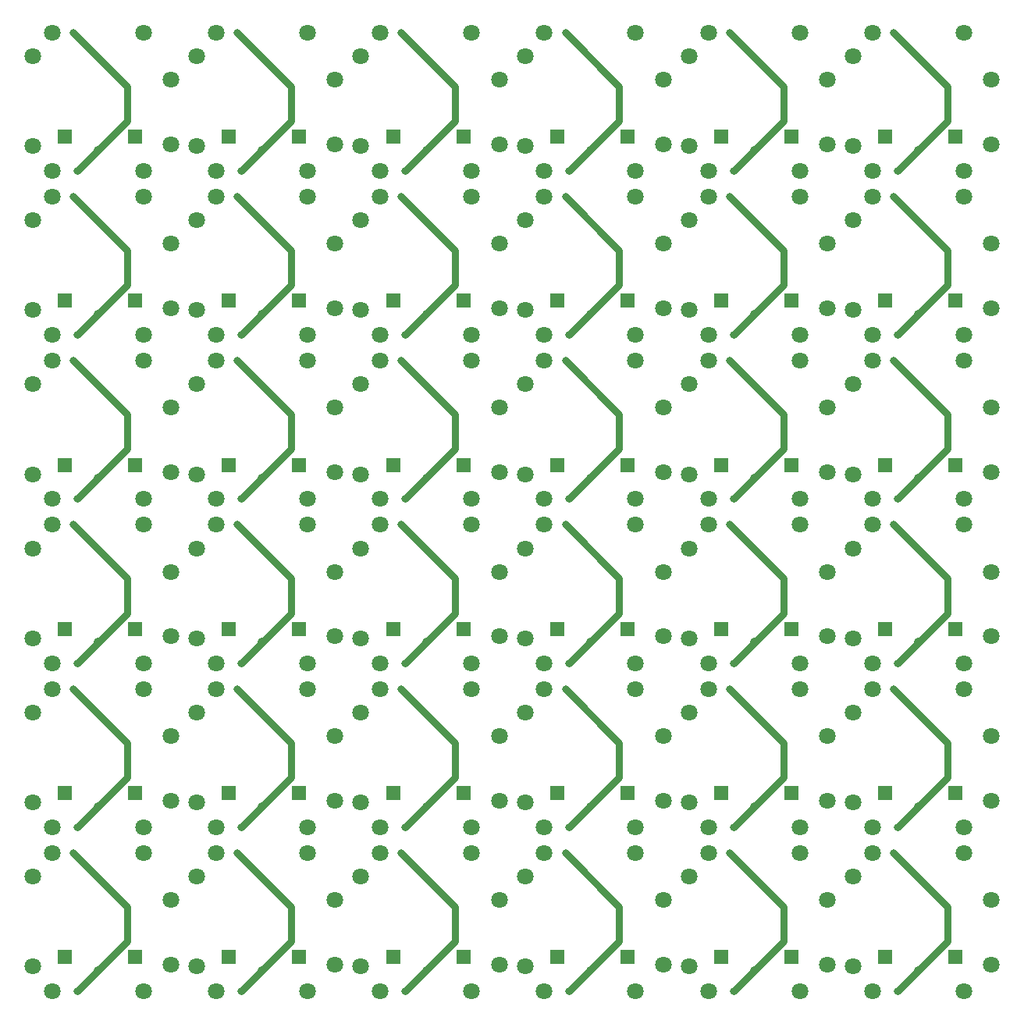
<source format=gtl>
G04 #@! TF.GenerationSoftware,KiCad,Pcbnew,(5.1.4)-1*
G04 #@! TF.CreationDate,2020-01-11T14:22:51+01:00*
G04 #@! TF.ProjectId,plaque2,706c6171-7565-4322-9e6b-696361645f70,1*
G04 #@! TF.SameCoordinates,Original*
G04 #@! TF.FileFunction,Copper,L1,Top*
G04 #@! TF.FilePolarity,Positive*
%FSLAX46Y46*%
G04 Gerber Fmt 4.6, Leading zero omitted, Abs format (unit mm)*
G04 Created by KiCad (PCBNEW (5.1.4)-1) date 2020-01-11 14:22:51*
%MOMM*%
%LPD*%
G04 APERTURE LIST*
%ADD10C,1.800000*%
%ADD11R,1.600000X1.600000*%
%ADD12C,0.800000*%
%ADD13C,0.800000*%
G04 APERTURE END LIST*
D10*
X192290000Y-101030000D03*
D11*
X183790000Y-112330000D03*
X191410000Y-112330000D03*
D10*
X180290000Y-113330000D03*
X195290000Y-113130000D03*
X182390000Y-116030000D03*
X174490000Y-118830000D03*
X164590000Y-133830000D03*
X162490000Y-131130000D03*
X177490000Y-130930000D03*
X164590000Y-101030000D03*
X210090000Y-116030000D03*
X162495000Y-103575000D03*
X162495000Y-121375000D03*
X174490000Y-133830000D03*
X164590000Y-118830000D03*
X198095000Y-103575000D03*
X198090000Y-113330000D03*
X177490000Y-106115000D03*
X200190000Y-101030000D03*
D11*
X201590000Y-112330000D03*
X209210000Y-112330000D03*
D10*
X162490000Y-113330000D03*
X210090000Y-101030000D03*
X213090000Y-106115000D03*
X200190000Y-116030000D03*
X213090000Y-113130000D03*
X174490000Y-116030000D03*
X177490000Y-113130000D03*
D11*
X165990000Y-130130000D03*
X173610000Y-130130000D03*
X173610000Y-112330000D03*
X165990000Y-112330000D03*
D10*
X180295000Y-103575000D03*
X182390000Y-101030000D03*
X195290000Y-106115000D03*
X192290000Y-116030000D03*
X192290000Y-29830000D03*
D11*
X191410000Y-41130000D03*
X183790000Y-41130000D03*
D10*
X180295000Y-32375000D03*
X180290000Y-42130000D03*
X195290000Y-41930000D03*
X182390000Y-29830000D03*
X195290000Y-34915000D03*
X182390000Y-44830000D03*
X192290000Y-44830000D03*
X174490000Y-47630000D03*
X164590000Y-62630000D03*
X162490000Y-59930000D03*
X162495000Y-50175000D03*
D11*
X173610000Y-58930000D03*
X165990000Y-58930000D03*
D10*
X177490000Y-59730000D03*
X174490000Y-62630000D03*
X164590000Y-47630000D03*
X174490000Y-101030000D03*
X164590000Y-116030000D03*
X195290000Y-130930000D03*
D11*
X191410000Y-130130000D03*
X183790000Y-130130000D03*
D10*
X210090000Y-133830000D03*
X180290000Y-131130000D03*
X182390000Y-133830000D03*
X192290000Y-133830000D03*
X182390000Y-118830000D03*
X210090000Y-118830000D03*
X198090000Y-131130000D03*
X177490000Y-123915000D03*
X200190000Y-133830000D03*
X192290000Y-118830000D03*
X195290000Y-123915000D03*
X198095000Y-121375000D03*
D11*
X209210000Y-130130000D03*
X201590000Y-130130000D03*
D10*
X200190000Y-118830000D03*
X213090000Y-123915000D03*
X180295000Y-121375000D03*
X213090000Y-130930000D03*
X198095000Y-32375000D03*
X198090000Y-42130000D03*
X200190000Y-29830000D03*
D11*
X209210000Y-41130000D03*
X201590000Y-41130000D03*
D10*
X213090000Y-41930000D03*
X210090000Y-44830000D03*
X200190000Y-44830000D03*
X213090000Y-34915000D03*
X210090000Y-29830000D03*
X200190000Y-98230000D03*
X200190000Y-83230000D03*
X213090000Y-88315000D03*
X192290000Y-98230000D03*
X210090000Y-98230000D03*
X198090000Y-95530000D03*
X180295000Y-85775000D03*
X213090000Y-95330000D03*
X210090000Y-83230000D03*
X177490000Y-88315000D03*
X198095000Y-85775000D03*
X192290000Y-83230000D03*
X195290000Y-88315000D03*
D11*
X209210000Y-94530000D03*
X201590000Y-94530000D03*
D10*
X180290000Y-77730000D03*
X182390000Y-65430000D03*
X174490000Y-83230000D03*
X200190000Y-80430000D03*
X195290000Y-70515000D03*
X164590000Y-98230000D03*
X177490000Y-95330000D03*
X210090000Y-80430000D03*
X210090000Y-65430000D03*
D11*
X165990000Y-94530000D03*
X173610000Y-94530000D03*
D10*
X200190000Y-65430000D03*
X213090000Y-77530000D03*
D11*
X183790000Y-76730000D03*
X191410000Y-76730000D03*
D10*
X195290000Y-77530000D03*
X162490000Y-95530000D03*
X162495000Y-85775000D03*
X174490000Y-98230000D03*
X164590000Y-83230000D03*
X198095000Y-67975000D03*
X198090000Y-77730000D03*
D11*
X201590000Y-76730000D03*
X209210000Y-76730000D03*
D10*
X192290000Y-80430000D03*
X213090000Y-70515000D03*
X192290000Y-65430000D03*
X180295000Y-67975000D03*
X182390000Y-80430000D03*
X177490000Y-34915000D03*
D11*
X165990000Y-41130000D03*
X173610000Y-41130000D03*
D10*
X162490000Y-42130000D03*
X177490000Y-41930000D03*
X162495000Y-32375000D03*
X174490000Y-44830000D03*
X182390000Y-98230000D03*
X162490000Y-77730000D03*
X177490000Y-70515000D03*
X174490000Y-80430000D03*
X182390000Y-83230000D03*
X180290000Y-95530000D03*
D11*
X173610000Y-76730000D03*
X165990000Y-76730000D03*
D10*
X164590000Y-80430000D03*
X162495000Y-67975000D03*
X177490000Y-77530000D03*
X164590000Y-65430000D03*
X174490000Y-65430000D03*
X195290000Y-95330000D03*
D11*
X191410000Y-94530000D03*
X183790000Y-94530000D03*
D10*
X164590000Y-29830000D03*
X174490000Y-29830000D03*
X164590000Y-44830000D03*
X195290000Y-59730000D03*
D11*
X183790000Y-58930000D03*
X191410000Y-58930000D03*
D10*
X182390000Y-47630000D03*
X180290000Y-59930000D03*
X182390000Y-62630000D03*
X192290000Y-62630000D03*
X210090000Y-62630000D03*
X210090000Y-47630000D03*
X198090000Y-59930000D03*
X177490000Y-52715000D03*
X200190000Y-62630000D03*
X192290000Y-47630000D03*
X195290000Y-52715000D03*
X198095000Y-50175000D03*
D11*
X201590000Y-58930000D03*
X209210000Y-58930000D03*
D10*
X200190000Y-47630000D03*
X213090000Y-52715000D03*
X180295000Y-50175000D03*
X213090000Y-59730000D03*
X138890000Y-101030000D03*
D11*
X138010000Y-112330000D03*
X130390000Y-112330000D03*
D10*
X126895000Y-103575000D03*
X126890000Y-113330000D03*
X141890000Y-113130000D03*
X128990000Y-101030000D03*
X141890000Y-106115000D03*
X128990000Y-116030000D03*
X138890000Y-116030000D03*
X121090000Y-118830000D03*
X111190000Y-133830000D03*
X109090000Y-131130000D03*
X109095000Y-121375000D03*
D11*
X120210000Y-130130000D03*
X112590000Y-130130000D03*
D10*
X124090000Y-130930000D03*
X121090000Y-133830000D03*
X111190000Y-118830000D03*
X144695000Y-103575000D03*
X144690000Y-113330000D03*
X146790000Y-101030000D03*
D11*
X155810000Y-112330000D03*
X148190000Y-112330000D03*
D10*
X159690000Y-113130000D03*
X156690000Y-116030000D03*
X146790000Y-116030000D03*
X159690000Y-106115000D03*
X156690000Y-101030000D03*
X124090000Y-106115000D03*
D11*
X112590000Y-112330000D03*
X120210000Y-112330000D03*
D10*
X109090000Y-113330000D03*
X124090000Y-113130000D03*
X109095000Y-103575000D03*
X121090000Y-116030000D03*
X111190000Y-101030000D03*
X121090000Y-101030000D03*
X111190000Y-116030000D03*
X141890000Y-130930000D03*
D11*
X130390000Y-130130000D03*
X138010000Y-130130000D03*
D10*
X128990000Y-118830000D03*
X126890000Y-131130000D03*
X128990000Y-133830000D03*
X138890000Y-133830000D03*
X156690000Y-133830000D03*
X156690000Y-118830000D03*
X144690000Y-131130000D03*
X124090000Y-123915000D03*
X146790000Y-133830000D03*
X138890000Y-118830000D03*
X141890000Y-123915000D03*
X144695000Y-121375000D03*
D11*
X148190000Y-130130000D03*
X155810000Y-130130000D03*
D10*
X146790000Y-118830000D03*
X159690000Y-123915000D03*
X126895000Y-121375000D03*
X159690000Y-130930000D03*
X138890000Y-65430000D03*
D11*
X138010000Y-76730000D03*
X130390000Y-76730000D03*
D10*
X126895000Y-67975000D03*
X126890000Y-77730000D03*
X141890000Y-77530000D03*
X128990000Y-65430000D03*
X141890000Y-70515000D03*
X128990000Y-80430000D03*
X138890000Y-80430000D03*
X121090000Y-83230000D03*
X111190000Y-98230000D03*
X109090000Y-95530000D03*
X109095000Y-85775000D03*
D11*
X120210000Y-94530000D03*
X112590000Y-94530000D03*
D10*
X124090000Y-95330000D03*
X121090000Y-98230000D03*
X111190000Y-83230000D03*
X144695000Y-67975000D03*
X144690000Y-77730000D03*
X146790000Y-65430000D03*
D11*
X155810000Y-76730000D03*
X148190000Y-76730000D03*
D10*
X159690000Y-77530000D03*
X156690000Y-80430000D03*
X146790000Y-80430000D03*
X159690000Y-70515000D03*
X156690000Y-65430000D03*
X124090000Y-70515000D03*
D11*
X112590000Y-76730000D03*
X120210000Y-76730000D03*
D10*
X109090000Y-77730000D03*
X124090000Y-77530000D03*
X109095000Y-67975000D03*
X121090000Y-80430000D03*
X111190000Y-65430000D03*
X121090000Y-65430000D03*
X111190000Y-80430000D03*
X141890000Y-95330000D03*
D11*
X130390000Y-94530000D03*
X138010000Y-94530000D03*
D10*
X128990000Y-83230000D03*
X126890000Y-95530000D03*
X128990000Y-98230000D03*
X138890000Y-98230000D03*
X156690000Y-98230000D03*
X156690000Y-83230000D03*
X144690000Y-95530000D03*
X124090000Y-88315000D03*
X146790000Y-98230000D03*
X138890000Y-83230000D03*
X141890000Y-88315000D03*
X144695000Y-85775000D03*
D11*
X148190000Y-94530000D03*
X155810000Y-94530000D03*
D10*
X146790000Y-83230000D03*
X159690000Y-88315000D03*
X126895000Y-85775000D03*
X159690000Y-95330000D03*
X138890000Y-47630000D03*
D11*
X138010000Y-58930000D03*
X130390000Y-58930000D03*
D10*
X126895000Y-50175000D03*
X126890000Y-59930000D03*
X141890000Y-59730000D03*
X128990000Y-47630000D03*
X141890000Y-52715000D03*
X128990000Y-62630000D03*
X138890000Y-62630000D03*
X144695000Y-50175000D03*
X144690000Y-59930000D03*
X146790000Y-47630000D03*
D11*
X155810000Y-58930000D03*
X148190000Y-58930000D03*
D10*
X159690000Y-59730000D03*
X156690000Y-62630000D03*
X146790000Y-62630000D03*
X159690000Y-52715000D03*
X156690000Y-47630000D03*
X124090000Y-52715000D03*
D11*
X112590000Y-58930000D03*
X120210000Y-58930000D03*
D10*
X109090000Y-59930000D03*
X124090000Y-59730000D03*
X109095000Y-50175000D03*
X121090000Y-62630000D03*
X111190000Y-47630000D03*
X121090000Y-47630000D03*
X111190000Y-62630000D03*
X159690000Y-34915000D03*
D11*
X148190000Y-41130000D03*
X155810000Y-41130000D03*
D10*
X144690000Y-42130000D03*
X159690000Y-41930000D03*
X144695000Y-32375000D03*
X156690000Y-44830000D03*
X146790000Y-29830000D03*
X156690000Y-29830000D03*
X146790000Y-44830000D03*
X141890000Y-34915000D03*
D11*
X130390000Y-41130000D03*
X138010000Y-41130000D03*
D10*
X126890000Y-42130000D03*
X141890000Y-41930000D03*
X126895000Y-32375000D03*
X138890000Y-44830000D03*
X128990000Y-29830000D03*
X138890000Y-29830000D03*
X128990000Y-44830000D03*
D11*
X120210000Y-41130000D03*
X112590000Y-41130000D03*
D10*
X121090000Y-44830000D03*
X124090000Y-41930000D03*
X124090000Y-34915000D03*
X109090000Y-42130000D03*
X109095000Y-32375000D03*
X111190000Y-44830000D03*
X111190000Y-29830000D03*
X121090000Y-29830000D03*
D12*
X113890000Y-44830000D03*
X116140000Y-42530000D03*
X113490000Y-29830000D03*
X131690000Y-44830000D03*
X133940000Y-42530000D03*
X131290000Y-29830000D03*
X149490000Y-44830000D03*
X151740000Y-42530000D03*
X149090000Y-29830000D03*
X149490000Y-62630000D03*
X131690000Y-62630000D03*
X133940000Y-60330000D03*
X131290000Y-47630000D03*
X149090000Y-47630000D03*
X151740000Y-60330000D03*
X113890000Y-62630000D03*
X116140000Y-60330000D03*
X113490000Y-47630000D03*
X131690000Y-98230000D03*
X149490000Y-80430000D03*
X131690000Y-80430000D03*
X133940000Y-78130000D03*
X149490000Y-98230000D03*
X113890000Y-98230000D03*
X151740000Y-95930000D03*
X149090000Y-83230000D03*
X133940000Y-95930000D03*
X131290000Y-65430000D03*
X149090000Y-65430000D03*
X131290000Y-83230000D03*
X116140000Y-95930000D03*
X113490000Y-83230000D03*
X151740000Y-78130000D03*
X113890000Y-80430000D03*
X116140000Y-78130000D03*
X113490000Y-65430000D03*
X131690000Y-133830000D03*
X149490000Y-116030000D03*
X131690000Y-116030000D03*
X133940000Y-113730000D03*
X149490000Y-133830000D03*
X113890000Y-133830000D03*
X151740000Y-131530000D03*
X149090000Y-118830000D03*
X133940000Y-131530000D03*
X131290000Y-101030000D03*
X149090000Y-101030000D03*
X131290000Y-118830000D03*
X116140000Y-131530000D03*
X113490000Y-118830000D03*
X151740000Y-113730000D03*
X113890000Y-116030000D03*
X116140000Y-113730000D03*
X113490000Y-101030000D03*
X185090000Y-62630000D03*
X187340000Y-78130000D03*
X167290000Y-98230000D03*
X205140000Y-95930000D03*
X202890000Y-44830000D03*
X187340000Y-95930000D03*
X202490000Y-65430000D03*
X166890000Y-83230000D03*
X185090000Y-44830000D03*
X187340000Y-42530000D03*
X205140000Y-78130000D03*
X202890000Y-62630000D03*
X167290000Y-62630000D03*
X202890000Y-98230000D03*
X202490000Y-83230000D03*
X184690000Y-83230000D03*
X184690000Y-65430000D03*
X169540000Y-95930000D03*
X205140000Y-60330000D03*
X202490000Y-47630000D03*
X185090000Y-98230000D03*
X187340000Y-60330000D03*
X184690000Y-29830000D03*
X202490000Y-29830000D03*
X184690000Y-47630000D03*
X169540000Y-60330000D03*
X166890000Y-47630000D03*
X205140000Y-42530000D03*
X202890000Y-80430000D03*
X185090000Y-80430000D03*
X169540000Y-78130000D03*
X185090000Y-133830000D03*
X202890000Y-116030000D03*
X187340000Y-113730000D03*
X202890000Y-133830000D03*
X167290000Y-80430000D03*
X185090000Y-116030000D03*
X167290000Y-133830000D03*
X166890000Y-65430000D03*
X167290000Y-44830000D03*
X169540000Y-42530000D03*
X187340000Y-131530000D03*
X166890000Y-101030000D03*
X205140000Y-131530000D03*
X184690000Y-101030000D03*
X202490000Y-118830000D03*
X167290000Y-116030000D03*
X166890000Y-29830000D03*
X184690000Y-118830000D03*
X169540000Y-113730000D03*
X202490000Y-101030000D03*
X205140000Y-113730000D03*
X166890000Y-118830000D03*
X169540000Y-131530000D03*
D13*
X113890000Y-44830000D02*
X119315001Y-39404999D01*
X119315001Y-35655001D02*
X113490000Y-29830000D01*
X119315001Y-39404999D02*
X119315001Y-35655001D01*
X137115001Y-39404999D02*
X137115001Y-35655001D01*
X131690000Y-44830000D02*
X137115001Y-39404999D01*
X137115001Y-35655001D02*
X131290000Y-29830000D01*
X154915001Y-39404999D02*
X154915001Y-35655001D01*
X149490000Y-44830000D02*
X154915001Y-39404999D01*
X154915001Y-35655001D02*
X149090000Y-29830000D01*
X119315001Y-57204999D02*
X119315001Y-53455001D01*
X113890000Y-62630000D02*
X119315001Y-57204999D01*
X119315001Y-53455001D02*
X113490000Y-47630000D01*
X137115001Y-57204999D02*
X137115001Y-53455001D01*
X131690000Y-62630000D02*
X137115001Y-57204999D01*
X137115001Y-53455001D02*
X131290000Y-47630000D01*
X149490000Y-62630000D02*
X154915001Y-57204999D01*
X154915001Y-53455001D02*
X149090000Y-47630000D01*
X154915001Y-57204999D02*
X154915001Y-53455001D01*
X137115001Y-89055001D02*
X131290000Y-83230000D01*
X149490000Y-98230000D02*
X154915001Y-92804999D01*
X154915001Y-92804999D02*
X154915001Y-89055001D01*
X154915001Y-89055001D02*
X149090000Y-83230000D01*
X119315001Y-75004999D02*
X119315001Y-71255001D01*
X113890000Y-80430000D02*
X119315001Y-75004999D01*
X119315001Y-71255001D02*
X113490000Y-65430000D01*
X137115001Y-75004999D02*
X137115001Y-71255001D01*
X131690000Y-80430000D02*
X137115001Y-75004999D01*
X137115001Y-71255001D02*
X131290000Y-65430000D01*
X149490000Y-80430000D02*
X154915001Y-75004999D01*
X154915001Y-71255001D02*
X149090000Y-65430000D01*
X154915001Y-75004999D02*
X154915001Y-71255001D01*
X119315001Y-92804999D02*
X119315001Y-89055001D01*
X113890000Y-98230000D02*
X119315001Y-92804999D01*
X119315001Y-89055001D02*
X113490000Y-83230000D01*
X137115001Y-92804999D02*
X137115001Y-89055001D01*
X131690000Y-98230000D02*
X137115001Y-92804999D01*
X137115001Y-124655001D02*
X131290000Y-118830000D01*
X149490000Y-133830000D02*
X154915001Y-128404999D01*
X154915001Y-128404999D02*
X154915001Y-124655001D01*
X154915001Y-124655001D02*
X149090000Y-118830000D01*
X119315001Y-110604999D02*
X119315001Y-106855001D01*
X113890000Y-116030000D02*
X119315001Y-110604999D01*
X119315001Y-106855001D02*
X113490000Y-101030000D01*
X137115001Y-110604999D02*
X137115001Y-106855001D01*
X131690000Y-116030000D02*
X137115001Y-110604999D01*
X137115001Y-106855001D02*
X131290000Y-101030000D01*
X149490000Y-116030000D02*
X154915001Y-110604999D01*
X154915001Y-106855001D02*
X149090000Y-101030000D01*
X154915001Y-110604999D02*
X154915001Y-106855001D01*
X119315001Y-128404999D02*
X119315001Y-124655001D01*
X113890000Y-133830000D02*
X119315001Y-128404999D01*
X119315001Y-124655001D02*
X113490000Y-118830000D01*
X137115001Y-128404999D02*
X137115001Y-124655001D01*
X131690000Y-133830000D02*
X137115001Y-128404999D01*
X167290000Y-116030000D02*
X172715001Y-110604999D01*
X172715001Y-110604999D02*
X172715001Y-106855001D01*
X190515001Y-53455001D02*
X184690000Y-47630000D01*
X202890000Y-62630000D02*
X208315001Y-57204999D01*
X208315001Y-57204999D02*
X208315001Y-53455001D01*
X208315001Y-53455001D02*
X202490000Y-47630000D01*
X190515001Y-89055001D02*
X184690000Y-83230000D01*
X185090000Y-116030000D02*
X190515001Y-110604999D01*
X190515001Y-110604999D02*
X190515001Y-106855001D01*
X185090000Y-133830000D02*
X190515001Y-128404999D01*
X190515001Y-124655001D02*
X184690000Y-118830000D01*
X208315001Y-128404999D02*
X208315001Y-124655001D01*
X202890000Y-133830000D02*
X208315001Y-128404999D01*
X172715001Y-39404999D02*
X172715001Y-35655001D01*
X167290000Y-44830000D02*
X172715001Y-39404999D01*
X172715001Y-35655001D02*
X166890000Y-29830000D01*
X190515001Y-128404999D02*
X190515001Y-124655001D01*
X202890000Y-116030000D02*
X208315001Y-110604999D01*
X190515001Y-106855001D02*
X184690000Y-101030000D01*
X208315001Y-106855001D02*
X202490000Y-101030000D01*
X208315001Y-110604999D02*
X208315001Y-106855001D01*
X172715001Y-106855001D02*
X166890000Y-101030000D01*
X190515001Y-92804999D02*
X190515001Y-89055001D01*
X167290000Y-98230000D02*
X172715001Y-92804999D01*
X185090000Y-98230000D02*
X190515001Y-92804999D01*
X172715001Y-89055001D02*
X166890000Y-83230000D01*
X208315001Y-92804999D02*
X208315001Y-89055001D01*
X208315001Y-89055001D02*
X202490000Y-83230000D01*
X202890000Y-98230000D02*
X208315001Y-92804999D01*
X208315001Y-124655001D02*
X202490000Y-118830000D01*
X190515001Y-39404999D02*
X190515001Y-35655001D01*
X185090000Y-44830000D02*
X190515001Y-39404999D01*
X190515001Y-35655001D02*
X184690000Y-29830000D01*
X190515001Y-75004999D02*
X190515001Y-71255001D01*
X185090000Y-80430000D02*
X190515001Y-75004999D01*
X172715001Y-71255001D02*
X166890000Y-65430000D01*
X167290000Y-80430000D02*
X172715001Y-75004999D01*
X172715001Y-75004999D02*
X172715001Y-71255001D01*
X208315001Y-71255001D02*
X202490000Y-65430000D01*
X208315001Y-75004999D02*
X208315001Y-71255001D01*
X190515001Y-71255001D02*
X184690000Y-65430000D01*
X202890000Y-80430000D02*
X208315001Y-75004999D01*
X172715001Y-92804999D02*
X172715001Y-89055001D01*
X202890000Y-44830000D02*
X208315001Y-39404999D01*
X208315001Y-35655001D02*
X202490000Y-29830000D01*
X208315001Y-39404999D02*
X208315001Y-35655001D01*
X172715001Y-57204999D02*
X172715001Y-53455001D01*
X167290000Y-62630000D02*
X172715001Y-57204999D01*
X172715001Y-53455001D02*
X166890000Y-47630000D01*
X190515001Y-57204999D02*
X190515001Y-53455001D01*
X185090000Y-62630000D02*
X190515001Y-57204999D01*
X172715001Y-124655001D02*
X166890000Y-118830000D01*
X172715001Y-128404999D02*
X172715001Y-124655001D01*
X167290000Y-133830000D02*
X172715001Y-128404999D01*
M02*

</source>
